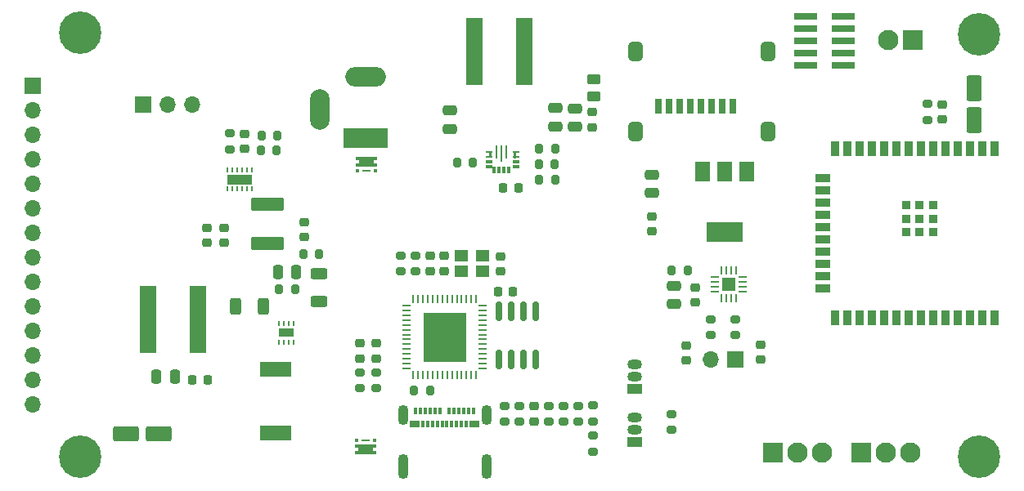
<source format=gbr>
%TF.GenerationSoftware,KiCad,Pcbnew,7.0.9*%
%TF.CreationDate,2024-01-24T14:37:03-05:00*%
%TF.ProjectId,FinalPcbLayout,46696e61-6c50-4636-924c-61796f75742e,rev?*%
%TF.SameCoordinates,Original*%
%TF.FileFunction,Soldermask,Top*%
%TF.FilePolarity,Negative*%
%FSLAX46Y46*%
G04 Gerber Fmt 4.6, Leading zero omitted, Abs format (unit mm)*
G04 Created by KiCad (PCBNEW 7.0.9) date 2024-01-24 14:37:03*
%MOMM*%
%LPD*%
G01*
G04 APERTURE LIST*
G04 Aperture macros list*
%AMRoundRect*
0 Rectangle with rounded corners*
0 $1 Rounding radius*
0 $2 $3 $4 $5 $6 $7 $8 $9 X,Y pos of 4 corners*
0 Add a 4 corners polygon primitive as box body*
4,1,4,$2,$3,$4,$5,$6,$7,$8,$9,$2,$3,0*
0 Add four circle primitives for the rounded corners*
1,1,$1+$1,$2,$3*
1,1,$1+$1,$4,$5*
1,1,$1+$1,$6,$7*
1,1,$1+$1,$8,$9*
0 Add four rect primitives between the rounded corners*
20,1,$1+$1,$2,$3,$4,$5,0*
20,1,$1+$1,$4,$5,$6,$7,0*
20,1,$1+$1,$6,$7,$8,$9,0*
20,1,$1+$1,$8,$9,$2,$3,0*%
%AMFreePoly0*
4,1,15,1.100000,0.175000,0.750000,0.175000,0.750000,-0.175000,1.100000,-0.175000,1.100000,-0.475000,0.750000,-0.475000,-0.750000,-0.475000,-1.100000,-0.475000,-1.100000,-0.175000,-0.750000,-0.175000,-0.750000,0.175000,-1.100000,0.175000,-1.100000,0.475000,1.100000,0.475000,1.100000,0.175000,1.100000,0.175000,$1*%
G04 Aperture macros list end*
%ADD10C,0.100000*%
%ADD11C,0.200000*%
%ADD12R,1.700000X1.700000*%
%ADD13O,1.700000X1.700000*%
%ADD14RoundRect,0.200000X0.275000X-0.200000X0.275000X0.200000X-0.275000X0.200000X-0.275000X-0.200000X0*%
%ADD15RoundRect,0.200000X-0.275000X0.200000X-0.275000X-0.200000X0.275000X-0.200000X0.275000X0.200000X0*%
%ADD16RoundRect,0.200000X0.200000X0.275000X-0.200000X0.275000X-0.200000X-0.275000X0.200000X-0.275000X0*%
%ADD17R,1.500000X1.050000*%
%ADD18O,1.500000X1.050000*%
%ADD19C,4.400000*%
%ADD20R,2.400000X0.740000*%
%ADD21RoundRect,0.225000X0.225000X0.250000X-0.225000X0.250000X-0.225000X-0.250000X0.225000X-0.250000X0*%
%ADD22RoundRect,0.225000X-0.225000X-0.250000X0.225000X-0.250000X0.225000X0.250000X-0.225000X0.250000X0*%
%ADD23R,1.780000X7.000000*%
%ADD24RoundRect,0.200000X-0.200000X-0.275000X0.200000X-0.275000X0.200000X0.275000X-0.200000X0.275000X0*%
%ADD25RoundRect,0.225000X0.250000X-0.225000X0.250000X0.225000X-0.250000X0.225000X-0.250000X-0.225000X0*%
%ADD26RoundRect,0.250000X-1.075000X-0.550000X1.075000X-0.550000X1.075000X0.550000X-1.075000X0.550000X0*%
%ADD27RoundRect,0.062500X-0.062500X0.375000X-0.062500X-0.375000X0.062500X-0.375000X0.062500X0.375000X0*%
%ADD28RoundRect,0.062500X-0.375000X0.062500X-0.375000X-0.062500X0.375000X-0.062500X0.375000X0.062500X0*%
%ADD29R,1.450000X1.450000*%
%ADD30R,1.500000X2.000000*%
%ADD31R,3.800000X2.000000*%
%ADD32R,2.100000X2.100000*%
%ADD33C,2.100000*%
%ADD34R,0.800000X1.500000*%
%ADD35RoundRect,0.362500X0.362500X0.637500X-0.362500X0.637500X-0.362500X-0.637500X0.362500X-0.637500X0*%
%ADD36RoundRect,0.218750X-0.256250X0.218750X-0.256250X-0.218750X0.256250X-0.218750X0.256250X0.218750X0*%
%ADD37RoundRect,0.225000X-0.250000X0.225000X-0.250000X-0.225000X0.250000X-0.225000X0.250000X0.225000X0*%
%ADD38RoundRect,0.250000X0.450000X-0.262500X0.450000X0.262500X-0.450000X0.262500X-0.450000X-0.262500X0*%
%ADD39R,3.200400X1.524000*%
%ADD40RoundRect,0.250000X0.475000X-0.250000X0.475000X0.250000X-0.475000X0.250000X-0.475000X-0.250000X0*%
%ADD41FreePoly0,180.000000*%
%ADD42R,0.350000X0.300000*%
%ADD43R,0.870000X0.235000*%
%ADD44FreePoly0,0.000000*%
%ADD45R,0.250000X0.500000*%
%ADD46R,1.600000X0.900000*%
%ADD47RoundRect,0.150000X0.150000X-0.825000X0.150000X0.825000X-0.150000X0.825000X-0.150000X-0.825000X0*%
%ADD48R,1.400000X1.200000*%
%ADD49RoundRect,0.250000X-0.625000X0.312500X-0.625000X-0.312500X0.625000X-0.312500X0.625000X0.312500X0*%
%ADD50RoundRect,0.250000X0.250000X0.475000X-0.250000X0.475000X-0.250000X-0.475000X0.250000X-0.475000X0*%
%ADD51R,2.650000X1.000000*%
%ADD52RoundRect,0.062500X0.375000X0.062500X-0.375000X0.062500X-0.375000X-0.062500X0.375000X-0.062500X0*%
%ADD53RoundRect,0.062500X0.062500X0.375000X-0.062500X0.375000X-0.062500X-0.375000X0.062500X-0.375000X0*%
%ADD54R,4.500000X5.200000*%
%ADD55RoundRect,0.250000X-0.475000X0.250000X-0.475000X-0.250000X0.475000X-0.250000X0.475000X0.250000X0*%
%ADD56RoundRect,0.250000X0.312500X0.625000X-0.312500X0.625000X-0.312500X-0.625000X0.312500X-0.625000X0*%
%ADD57RoundRect,0.100000X0.075000X-0.250000X0.075000X0.250000X-0.075000X0.250000X-0.075000X-0.250000X0*%
%ADD58RoundRect,0.100000X0.250000X0.075000X-0.250000X0.075000X-0.250000X-0.075000X0.250000X-0.075000X0*%
%ADD59RoundRect,0.050000X0.250000X0.075000X-0.250000X0.075000X-0.250000X-0.075000X0.250000X-0.075000X0*%
%ADD60RoundRect,0.050000X-0.075000X0.625000X-0.075000X-0.625000X0.075000X-0.625000X0.075000X0.625000X0*%
%ADD61RoundRect,0.050000X-0.075000X0.800000X-0.075000X-0.800000X0.075000X-0.800000X0.075000X0.800000X0*%
%ADD62RoundRect,0.050000X-0.250000X-0.075000X0.250000X-0.075000X0.250000X0.075000X-0.250000X0.075000X0*%
%ADD63RoundRect,0.100000X-0.250000X-0.075000X0.250000X-0.075000X0.250000X0.075000X-0.250000X0.075000X0*%
%ADD64RoundRect,0.250000X-0.550000X1.075000X-0.550000X-1.075000X0.550000X-1.075000X0.550000X1.075000X0*%
%ADD65R,0.300000X0.700000*%
%ADD66R,1.000000X0.700000*%
%ADD67O,1.100000X2.100000*%
%ADD68O,1.100000X2.600000*%
%ADD69R,4.600000X2.000000*%
%ADD70O,4.200000X2.000000*%
%ADD71O,2.000000X4.200000*%
%ADD72R,0.900000X1.500000*%
%ADD73R,1.500000X0.900000*%
%ADD74R,0.900000X0.900000*%
%ADD75RoundRect,0.249999X1.450001X-0.450001X1.450001X0.450001X-1.450001X0.450001X-1.450001X-0.450001X0*%
G04 APERTURE END LIST*
D10*
%TO.C,U3*%
X131850000Y-95025000D02*
X132000000Y-95025000D01*
X132000000Y-95025000D02*
X132000000Y-94375000D01*
X132000000Y-94375000D02*
X131850000Y-94375000D01*
X131850000Y-94375000D02*
X131850000Y-95025000D01*
G36*
X131850000Y-95025000D02*
G01*
X132000000Y-95025000D01*
X132000000Y-94375000D01*
X131850000Y-94375000D01*
X131850000Y-95025000D01*
G37*
D11*
X129450000Y-94962500D02*
X129500400Y-94962500D01*
X129500400Y-94962500D02*
X129500400Y-94437500D01*
X129500400Y-94437500D02*
X129450000Y-94437500D01*
X129450000Y-94437500D02*
X129450000Y-94962500D01*
%TD*%
D12*
%TO.C,J9*%
X93537800Y-89515800D03*
D13*
X96077800Y-89515800D03*
X98617800Y-89515800D03*
%TD*%
D14*
%TO.C,R28*%
X135509000Y-122431400D03*
X135509000Y-120781400D03*
%TD*%
D15*
%TO.C,R22*%
X140106400Y-120743800D03*
X140106400Y-122393800D03*
%TD*%
D16*
%TO.C,R1*%
X111725000Y-105000000D03*
X110075000Y-105000000D03*
%TD*%
D17*
%TO.C,Q3*%
X144373600Y-124510800D03*
D18*
X144373600Y-123240800D03*
X144373600Y-121970800D03*
%TD*%
D19*
%TO.C,H4*%
X180000000Y-126000000D03*
%TD*%
D20*
%TO.C,J1*%
X162102800Y-80365600D03*
X166002800Y-80365600D03*
X162102800Y-81635600D03*
X166002800Y-81635600D03*
X162102800Y-82905600D03*
X166002800Y-82905600D03*
X162102800Y-84175600D03*
X166002800Y-84175600D03*
X162102800Y-85445600D03*
X166002800Y-85445600D03*
%TD*%
D14*
%TO.C,R29*%
X174701200Y-91147400D03*
X174701200Y-89497400D03*
%TD*%
D21*
%TO.C,C24*%
X131790097Y-108921100D03*
X130240097Y-108921100D03*
%TD*%
D22*
%TO.C,C8*%
X98625000Y-118100000D03*
X100175000Y-118100000D03*
%TD*%
%TO.C,C17*%
X130800000Y-98150000D03*
X132350000Y-98150000D03*
%TD*%
D23*
%TO.C,L1*%
X94040000Y-111800000D03*
X99200000Y-111800000D03*
%TD*%
D14*
%TO.C,FB2*%
X154838400Y-113436400D03*
X154838400Y-111786400D03*
%TD*%
D24*
%TO.C,R12*%
X134475000Y-95750000D03*
X136125000Y-95750000D03*
%TD*%
D16*
%TO.C,R5*%
X109250000Y-108700000D03*
X107600000Y-108700000D03*
%TD*%
D25*
%TO.C,C3*%
X110200000Y-103300000D03*
X110200000Y-101750000D03*
%TD*%
D26*
%TO.C,C7*%
X91775000Y-123700000D03*
X95125000Y-123700000D03*
%TD*%
D27*
%TO.C,U2*%
X154877200Y-106715700D03*
X154377200Y-106715700D03*
X153877200Y-106715700D03*
X153377200Y-106715700D03*
D28*
X152689700Y-107403200D03*
X152689700Y-107903200D03*
X152689700Y-108403200D03*
X152689700Y-108903200D03*
D27*
X153377200Y-109590700D03*
X153877200Y-109590700D03*
X154377200Y-109590700D03*
X154877200Y-109590700D03*
D28*
X155564700Y-108903200D03*
X155564700Y-108403200D03*
X155564700Y-107903200D03*
X155564700Y-107403200D03*
D29*
X154127200Y-108153200D03*
%TD*%
D14*
%TO.C,R15*%
X140106400Y-125492600D03*
X140106400Y-123842600D03*
%TD*%
D30*
%TO.C,U4*%
X156000000Y-96450000D03*
X153700000Y-96450000D03*
X151400000Y-96450000D03*
D31*
X153700000Y-102750000D03*
%TD*%
D32*
%TO.C,J4*%
X158676000Y-125650000D03*
D33*
X161216000Y-125650000D03*
X163756000Y-125650000D03*
%TD*%
D34*
%TO.C,J8*%
X154530000Y-89750000D03*
X153430000Y-89750000D03*
X152330000Y-89750000D03*
X151230000Y-89750000D03*
X150130000Y-89750000D03*
X149030000Y-89750000D03*
X147930000Y-89750000D03*
X146830000Y-89750000D03*
D35*
X158200000Y-92350000D03*
X158200000Y-84050000D03*
X144450000Y-92350000D03*
X144450000Y-84050000D03*
%TD*%
D14*
%TO.C,R16*%
X120142000Y-106849000D03*
X120142000Y-105199000D03*
%TD*%
D15*
%TO.C,R21*%
X132461000Y-120781400D03*
X132461000Y-122431400D03*
%TD*%
D14*
%TO.C,R26*%
X138582400Y-122418200D03*
X138582400Y-120768200D03*
%TD*%
D36*
%TO.C,D2*%
X117602000Y-114291000D03*
X117602000Y-115866000D03*
%TD*%
D37*
%TO.C,C21*%
X124657297Y-105250300D03*
X124657297Y-106800300D03*
%TD*%
D14*
%TO.C,R27*%
X137058400Y-122418200D03*
X137058400Y-120768200D03*
%TD*%
D38*
%TO.C,R25*%
X140157200Y-88709800D03*
X140157200Y-86884800D03*
%TD*%
D39*
%TO.C,D1*%
X107200000Y-123605000D03*
X107200000Y-116995000D03*
%TD*%
D23*
%TO.C,L2*%
X127820000Y-84050000D03*
X132980000Y-84050000D03*
%TD*%
D14*
%TO.C,R20*%
X130937000Y-122431400D03*
X130937000Y-120781400D03*
%TD*%
D40*
%TO.C,C18*%
X136200000Y-91825000D03*
X136200000Y-89925000D03*
%TD*%
D25*
%TO.C,C22*%
X130499297Y-106813300D03*
X130499297Y-105263300D03*
%TD*%
D12*
%TO.C,J6*%
X154840000Y-115957246D03*
D13*
X152300000Y-115957246D03*
%TD*%
D37*
%TO.C,C13*%
X150650000Y-108525000D03*
X150650000Y-110075000D03*
%TD*%
D14*
%TO.C,R18*%
X117602000Y-118939400D03*
X117602000Y-117289400D03*
%TD*%
D25*
%TO.C,C20*%
X123191897Y-106800500D03*
X123191897Y-105250500D03*
%TD*%
D41*
%TO.C,Q4*%
X116545800Y-125299200D03*
D42*
X117470800Y-124324200D03*
D43*
X116505800Y-124324200D03*
D42*
X115620800Y-124324200D03*
%TD*%
D24*
%TO.C,R7*%
X105750000Y-92800000D03*
X107400000Y-92800000D03*
%TD*%
D44*
%TO.C,Q5*%
X116610800Y-95460000D03*
D42*
X115685800Y-96435000D03*
D43*
X116650800Y-96435000D03*
D42*
X117535800Y-96435000D03*
%TD*%
D45*
%TO.C,Q1*%
X107550000Y-114150000D03*
X108050000Y-114150000D03*
X108550000Y-114150000D03*
X109050000Y-114150000D03*
X109050000Y-112250000D03*
X108550000Y-112250000D03*
X108050000Y-112250000D03*
X107550000Y-112250000D03*
D46*
X108300000Y-113200000D03*
%TD*%
D25*
%TO.C,C1*%
X100100000Y-103850000D03*
X100100000Y-102300000D03*
%TD*%
D14*
%TO.C,FB1*%
X152298400Y-113436400D03*
X152298400Y-111786400D03*
%TD*%
%TO.C,R17*%
X121666000Y-106849000D03*
X121666000Y-105199000D03*
%TD*%
D47*
%TO.C,U7*%
X130303897Y-115931500D03*
X131573897Y-115931500D03*
X132843897Y-115931500D03*
X134113897Y-115931500D03*
X134113897Y-110981500D03*
X132843897Y-110981500D03*
X131573897Y-110981500D03*
X130303897Y-110981500D03*
%TD*%
D24*
%TO.C,R11*%
X134500000Y-97350000D03*
X136150000Y-97350000D03*
%TD*%
D32*
%TO.C,SW1*%
X173200000Y-82900000D03*
D33*
X170660000Y-82900000D03*
%TD*%
D15*
%TO.C,R2*%
X102500000Y-92550000D03*
X102500000Y-94200000D03*
%TD*%
D16*
%TO.C,R6*%
X107350000Y-94300000D03*
X105700000Y-94300000D03*
%TD*%
D48*
%TO.C,Y1*%
X126478297Y-106838300D03*
X128678297Y-106838300D03*
X128678297Y-105238300D03*
X126478297Y-105238300D03*
%TD*%
D49*
%TO.C,R3*%
X111700000Y-107037500D03*
X111700000Y-109962500D03*
%TD*%
D50*
%TO.C,C6*%
X109350000Y-106900000D03*
X107450000Y-106900000D03*
%TD*%
D25*
%TO.C,C15*%
X149700000Y-116075000D03*
X149700000Y-114525000D03*
%TD*%
D15*
%TO.C,R14*%
X148234400Y-121603000D03*
X148234400Y-123253000D03*
%TD*%
D37*
%TO.C,C23*%
X133985000Y-120831400D03*
X133985000Y-122381400D03*
%TD*%
D24*
%TO.C,R8*%
X148225000Y-106700000D03*
X149875000Y-106700000D03*
%TD*%
D25*
%TO.C,C5*%
X101900000Y-103875000D03*
X101900000Y-102325000D03*
%TD*%
D36*
%TO.C,D3*%
X115976400Y-114291100D03*
X115976400Y-115866100D03*
%TD*%
D19*
%TO.C,H3*%
X180000000Y-82250000D03*
%TD*%
D37*
%TO.C,C2*%
X104000000Y-92600000D03*
X104000000Y-94150000D03*
%TD*%
D24*
%TO.C,R13*%
X126000000Y-95550000D03*
X127650000Y-95550000D03*
%TD*%
D45*
%TO.C,U5*%
X102250000Y-98250000D03*
X102750000Y-98250000D03*
X103250000Y-98250000D03*
X103750000Y-98250000D03*
X104250000Y-98250000D03*
X104750000Y-98250000D03*
X104750000Y-96350000D03*
X104250000Y-96350000D03*
X103750000Y-96350000D03*
X103250000Y-96350000D03*
X102750000Y-96350000D03*
X102250000Y-96350000D03*
D51*
X103500000Y-97300000D03*
%TD*%
D32*
%TO.C,J2*%
X167820000Y-125650000D03*
D33*
X170360000Y-125650000D03*
X172900000Y-125650000D03*
%TD*%
D52*
%TO.C,U6*%
X128668897Y-116887500D03*
X128668897Y-116387500D03*
X128668897Y-115887500D03*
X128668897Y-115387500D03*
X128668897Y-114887500D03*
X128668897Y-114387500D03*
X128668897Y-113887500D03*
X128668897Y-113387500D03*
X128668897Y-112887500D03*
X128668897Y-112387500D03*
X128668897Y-111887500D03*
X128668897Y-111387500D03*
X128668897Y-110887500D03*
X128668897Y-110387500D03*
D53*
X127981397Y-109700000D03*
X127481397Y-109700000D03*
X126981397Y-109700000D03*
X126481397Y-109700000D03*
X125981397Y-109700000D03*
X125481397Y-109700000D03*
X124981397Y-109700000D03*
X124481397Y-109700000D03*
X123981397Y-109700000D03*
X123481397Y-109700000D03*
X122981397Y-109700000D03*
X122481397Y-109700000D03*
X121981397Y-109700000D03*
X121481397Y-109700000D03*
D52*
X120793897Y-110387500D03*
X120793897Y-110887500D03*
X120793897Y-111387500D03*
X120793897Y-111887500D03*
X120793897Y-112387500D03*
X120793897Y-112887500D03*
X120793897Y-113387500D03*
X120793897Y-113887500D03*
X120793897Y-114387500D03*
X120793897Y-114887500D03*
X120793897Y-115387500D03*
X120793897Y-115887500D03*
X120793897Y-116387500D03*
X120793897Y-116887500D03*
D53*
X121481397Y-117575000D03*
X121981397Y-117575000D03*
X122481397Y-117575000D03*
X122981397Y-117575000D03*
X123481397Y-117575000D03*
X123981397Y-117575000D03*
X124481397Y-117575000D03*
X124981397Y-117575000D03*
X125481397Y-117575000D03*
X125981397Y-117575000D03*
X126481397Y-117575000D03*
X126981397Y-117575000D03*
X127481397Y-117575000D03*
X127981397Y-117575000D03*
D54*
X124731397Y-113637500D03*
%TD*%
D25*
%TO.C,C14*%
X157429200Y-115976400D03*
X157429200Y-114426400D03*
%TD*%
D17*
%TO.C,Q2*%
X144373600Y-118973600D03*
D18*
X144373600Y-117703600D03*
X144373600Y-116433600D03*
%TD*%
D25*
%TO.C,C26*%
X176225200Y-91110400D03*
X176225200Y-89560400D03*
%TD*%
D55*
%TO.C,C12*%
X148477200Y-108340700D03*
X148477200Y-110240700D03*
%TD*%
D14*
%TO.C,R19*%
X115976400Y-118939400D03*
X115976400Y-117289400D03*
%TD*%
D16*
%TO.C,R10*%
X136150000Y-94150000D03*
X134500000Y-94150000D03*
%TD*%
D56*
%TO.C,R4*%
X105962500Y-110500000D03*
X103037500Y-110500000D03*
%TD*%
D16*
%TO.C,R9*%
X123214400Y-119193400D03*
X121564400Y-119193400D03*
%TD*%
D37*
%TO.C,C11*%
X146200000Y-101125000D03*
X146200000Y-102675000D03*
%TD*%
D50*
%TO.C,C9*%
X96800000Y-117700000D03*
X94900000Y-117700000D03*
%TD*%
D40*
%TO.C,C16*%
X125300000Y-92075000D03*
X125300000Y-90175000D03*
%TD*%
D55*
%TO.C,C10*%
X146200000Y-96800000D03*
X146200000Y-98700000D03*
%TD*%
D36*
%TO.C,D7*%
X139954000Y-90313700D03*
X139954000Y-91888700D03*
%TD*%
D19*
%TO.C,H2*%
X86980000Y-126080000D03*
%TD*%
D57*
%TO.C,U3*%
X129850000Y-96350000D03*
X130350000Y-96350000D03*
X130850000Y-96350000D03*
X131350000Y-96350000D03*
D58*
X132100000Y-95950000D03*
X132100000Y-95450000D03*
D59*
X132100000Y-94950000D03*
X132100000Y-94450000D03*
D60*
X131100000Y-94425000D03*
D61*
X130600000Y-94600000D03*
D60*
X130100000Y-94425000D03*
D62*
X129300000Y-94450000D03*
X129300000Y-94950000D03*
D63*
X129300000Y-95450000D03*
X129300000Y-95950000D03*
%TD*%
D40*
%TO.C,C19*%
X138226800Y-91848000D03*
X138226800Y-89948000D03*
%TD*%
D12*
%TO.C,J7*%
X82070000Y-87590000D03*
D13*
X82070000Y-90130000D03*
X82070000Y-92670000D03*
X82070000Y-95210000D03*
X82070000Y-97750000D03*
X82070000Y-100290000D03*
X82070000Y-102830000D03*
X82070000Y-105370000D03*
X82070000Y-107910000D03*
X82070000Y-110450000D03*
X82070000Y-112990000D03*
X82070000Y-115530000D03*
X82070000Y-118070000D03*
X82070000Y-120610000D03*
%TD*%
D64*
%TO.C,C25*%
X179500000Y-87825000D03*
X179500000Y-91175000D03*
%TD*%
D65*
%TO.C,J5*%
X121714000Y-121312400D03*
X122214000Y-121312400D03*
X122714000Y-121312400D03*
X123214000Y-121312400D03*
X123714000Y-121312400D03*
X124214000Y-121312400D03*
X125214000Y-121312400D03*
X125714000Y-121312400D03*
X126214000Y-121312400D03*
X126714000Y-121312400D03*
X127214000Y-121312400D03*
X127714000Y-121312400D03*
D66*
X127814000Y-122612400D03*
D65*
X126964000Y-122612400D03*
X126464000Y-122612400D03*
X125964000Y-122612400D03*
X125464000Y-122612400D03*
X124964000Y-122612400D03*
X124464000Y-122612400D03*
X123964000Y-122612400D03*
X123464000Y-122612400D03*
X122964000Y-122612400D03*
X122464000Y-122612400D03*
D66*
X121614000Y-122612400D03*
D67*
X120394000Y-121722400D03*
D68*
X120394000Y-127082400D03*
D67*
X129034000Y-121722400D03*
D68*
X129034000Y-127082400D03*
%TD*%
D69*
%TO.C,J3*%
X116560000Y-92980000D03*
D70*
X116560000Y-86680000D03*
D71*
X111760000Y-90080000D03*
%TD*%
D72*
%TO.C,U1*%
X181610000Y-94120000D03*
X180340000Y-94120000D03*
X179070000Y-94120000D03*
X177800000Y-94120000D03*
X176530000Y-94120000D03*
X175260000Y-94120000D03*
X173990000Y-94120000D03*
X172720000Y-94120000D03*
X171450000Y-94120000D03*
X170180000Y-94120000D03*
X168910000Y-94120000D03*
X167640000Y-94120000D03*
X166370000Y-94120000D03*
X165100000Y-94120000D03*
D73*
X163850000Y-97150000D03*
X163850000Y-98420000D03*
X163850000Y-99690000D03*
X163850000Y-100960000D03*
X163850000Y-102230000D03*
X163850000Y-103500000D03*
X163850000Y-104770000D03*
X163850000Y-106040000D03*
X163850000Y-107310000D03*
X163850000Y-108580000D03*
D72*
X165100000Y-111620000D03*
X166370000Y-111620000D03*
X167640000Y-111620000D03*
X168910000Y-111620000D03*
X170180000Y-111620000D03*
X171450000Y-111620000D03*
X172720000Y-111620000D03*
X173990000Y-111620000D03*
X175260000Y-111620000D03*
X176530000Y-111620000D03*
X177800000Y-111620000D03*
X179070000Y-111620000D03*
X180340000Y-111620000D03*
X181610000Y-111620000D03*
D74*
X175290000Y-99970000D03*
X175290000Y-99970000D03*
X173890000Y-99970000D03*
X172490000Y-99970000D03*
X172490000Y-99970000D03*
X175290000Y-101370000D03*
X173890000Y-101370000D03*
X172490000Y-101370000D03*
X172490000Y-101370000D03*
X175290000Y-102770000D03*
X173890000Y-102770000D03*
X172490000Y-102770000D03*
%TD*%
D19*
%TO.C,H1*%
X87000000Y-82100000D03*
%TD*%
D75*
%TO.C,C4*%
X106400000Y-103950000D03*
X106400000Y-99850000D03*
%TD*%
M02*

</source>
